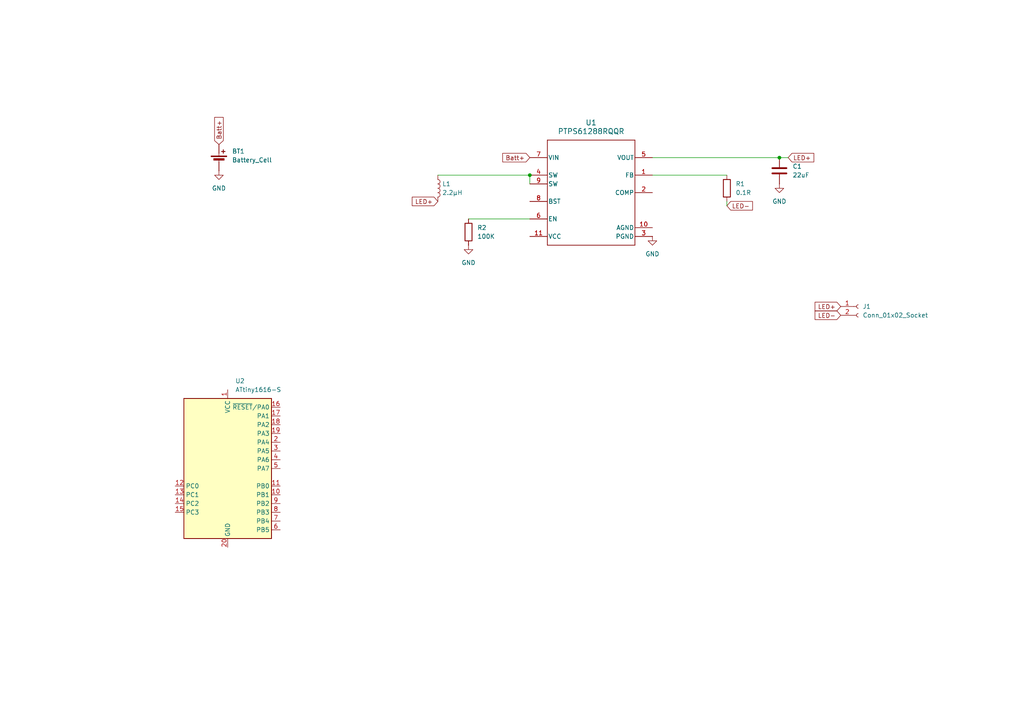
<source format=kicad_sch>
(kicad_sch (version 20231120) (generator "eeschema") (generator_version "8.0")
  (paper "A4")
  (lib_symbols
    (symbol "Connector:Conn_01x02_Socket" (pin_names (offset 1.016) hide)
      (property "Reference" "J" (at 0 2.54 0))
      (property "Value" "Conn_01x02_Socket" (at 0 -5.08 0))
      (symbol "Conn_01x02_Socket_1_1"
        (arc (start 0 -2.032) (mid -0.5058 -2.54) (end 0 -3.048) (stroke (width 0.1524)))
        (polyline (pts (xy -1.27 -2.54) (xy -0.508 -2.54)) (stroke (width 0.1524)))
        (polyline (pts (xy -1.27 0) (xy -0.508 0)) (stroke (width 0.1524)))
        (arc (start 0 0.508) (mid -0.5058 0) (end 0 -0.508) (stroke (width 0.1524)))
        (pin passive line (at -5.08 0 0) (length 3.81) (name "Pin_1") (number "1"))
        (pin passive line (at -5.08 -2.54 0) (length 3.81) (name "Pin_2") (number "2"))
      )
    )
    (symbol "Device:Battery_Cell" (pin_numbers hide) (pin_names (offset 0) hide)
      (property "Reference" "BT" (at 2.54 2.54 0))
      (property "Value" "Battery_Cell" (at 2.54 0 0))
      (symbol "Battery_Cell_0_1"
        (rectangle (start -2.286 1.778) (end 2.286 1.524) (fill (type outline)))
        (rectangle (start -1.524 1.016) (end 1.524 0.508) (fill (type outline)))
        (polyline (pts (xy 0 0.762) (xy 0 0)))
        (polyline (pts (xy 0 1.778) (xy 0 2.54)))
        (polyline (pts (xy 0.762 3.048) (xy 1.778 3.048)) (stroke (width 0.254)))
        (polyline (pts (xy 1.27 3.556) (xy 1.27 2.54)) (stroke (width 0.254)))
      )
      (symbol "Battery_Cell_1_1"
        (pin passive line (at 0 5.08 270) (length 2.54) (name "+") (number "1"))
        (pin passive line (at 0 -2.54 90) (length 2.54) (name "-") (number "2"))
      )
    )
    (symbol "Device:C" (pin_numbers hide) (pin_names (offset 0.254))
      (property "Reference" "C" (at 0.635 2.54 0))
      (property "Value" "C" (at 0.635 -2.54 0))
      (symbol "C_0_1"
        (polyline (pts (xy -2.032 -0.762) (xy 2.032 -0.762)) (stroke (width 0.508)))
        (polyline (pts (xy -2.032 0.762) (xy 2.032 0.762)) (stroke (width 0.508)))
      )
      (symbol "C_1_1"
        (pin passive line (at 0 3.81 270) (length 2.794) (name "~") (number "1"))
        (pin passive line (at 0 -3.81 90) (length 2.794) (name "~") (number "2"))
      )
    )
    (symbol "Device:L" (pin_numbers hide) (pin_names (offset 1.016) hide)
      (property "Reference" "L" (at -1.27 0 90))
      (property "Value" "L" (at 1.905 0 90))
      (symbol "L_0_1"
        (arc (start 0 -2.54) (mid 0.6323 -1.905) (end 0 -1.27))
        (arc (start 0 -1.27) (mid 0.6323 -0.635) (end 0 0))
        (arc (start 0 0) (mid 0.6323 0.635) (end 0 1.27))
        (arc (start 0 1.27) (mid 0.6323 1.905) (end 0 2.54))
      )
      (symbol "L_1_1"
        (pin passive line (at 0 3.81 270) (length 1.27) (name "1") (number "1"))
        (pin passive line (at 0 -3.81 90) (length 1.27) (name "2") (number "2"))
      )
    )
    (symbol "Device:R" (pin_numbers hide) (pin_names (offset 0))
      (property "Reference" "R" (at 2.032 0 90))
      (property "Value" "R" (at 0 0 90))
      (symbol "R_0_1"
        (rectangle (start -1.016 -2.54) (end 1.016 2.54) (stroke (width 0.254)))
      )
      (symbol "R_1_1"
        (pin passive line (at 0 3.81 270) (length 1.27) (name "~") (number "1"))
        (pin passive line (at 0 -3.81 90) (length 1.27) (name "~") (number "2"))
      )
    )
    (symbol "MCU_Microchip_ATtiny:ATtiny1616-S"
      (property "Reference" "U" (at -12.7 21.59 0))
      (property "Value" "ATtiny1616-S" (at 2.54 -21.59 0))
      (symbol "ATtiny1616-S_0_1"
        (rectangle (start -12.7 -20.32) (end 12.7 20.32) (stroke (width 0.254)) (fill (type background)))
      )
      (symbol "ATtiny1616-S_1_1"
        (pin power_in line (at 0 22.86 270) (length 2.54) (name "VCC") (number "1"))
        (pin bidirectional line (at 15.24 -7.62 180) (length 2.54) (name "PB1") (number "10"))
        (pin bidirectional line (at 15.24 -5.08 180) (length 2.54) (name "PB0") (number "11"))
        (pin bidirectional line (at -15.24 -5.08 0) (length 2.54) (name "PC0") (number "12"))
        (pin bidirectional line (at -15.24 -7.62 0) (length 2.54) (name "PC1") (number "13"))
        (pin bidirectional line (at -15.24 -10.16 0) (length 2.54) (name "PC2") (number "14"))
        (pin bidirectional line (at -15.24 -12.7 0) (length 2.54) (name "PC3") (number "15"))
        (pin bidirectional line (at 15.24 17.78 180) (length 2.54) (name "~{RESET}/PA0") (number "16"))
        (pin bidirectional line (at 15.24 15.24 180) (length 2.54) (name "PA1") (number "17"))
        (pin bidirectional line (at 15.24 12.7 180) (length 2.54) (name "PA2") (number "18"))
        (pin bidirectional line (at 15.24 10.16 180) (length 2.54) (name "PA3") (number "19"))
        (pin bidirectional line (at 15.24 7.62 180) (length 2.54) (name "PA4") (number "2"))
        (pin power_in line (at 0 -22.86 90) (length 2.54) (name "GND") (number "20"))
        (pin bidirectional line (at 15.24 5.08 180) (length 2.54) (name "PA5") (number "3"))
        (pin bidirectional line (at 15.24 2.54 180) (length 2.54) (name "PA6") (number "4"))
        (pin bidirectional line (at 15.24 0 180) (length 2.54) (name "PA7") (number "5"))
        (pin bidirectional line (at 15.24 -17.78 180) (length 2.54) (name "PB5") (number "6"))
        (pin bidirectional line (at 15.24 -15.24 180) (length 2.54) (name "PB4") (number "7"))
        (pin bidirectional line (at 15.24 -12.7 180) (length 2.54) (name "PB3") (number "8"))
        (pin bidirectional line (at 15.24 -10.16 180) (length 2.54) (name "PB2") (number "9"))
      )
    )
    (symbol "TPS61288:PTPS61288RQQR" (pin_names (offset 0.254))
      (property "Reference" "U" (at 0 2.54 0))
      (property "Value" "PTPS61288RQQR" (at 0 0 0))
      (symbol "PTPS61288RQQR_0_1"
        (polyline (pts (xy 5.08 -25.4) (xy 30.48 -25.4)) (stroke (width 0.2032)))
        (polyline (pts (xy 5.08 5.08) (xy 5.08 -25.4)) (stroke (width 0.2032)))
        (polyline (pts (xy 30.48 -25.4) (xy 30.48 5.08)) (stroke (width 0.2032)))
        (polyline (pts (xy 30.48 5.08) (xy 5.08 5.08)) (stroke (width 0.2032)))
        (pin unspecified line (at 35.56 -5.08 180) (length 5.08) (name "FB") (number "1"))
        (pin power_in line (at 35.56 -20.32 180) (length 5.08) (name "AGND") (number "10"))
        (pin unspecified line (at 0 -22.86 0) (length 5.08) (name "VCC") (number "11"))
        (pin unspecified line (at 35.56 -10.16 180) (length 5.08) (name "COMP") (number "2"))
        (pin power_in line (at 35.56 -22.86 180) (length 5.08) (name "PGND") (number "3"))
        (pin unspecified line (at 0 -5.08 0) (length 5.08) (name "SW") (number "4"))
        (pin power_in line (at 35.56 0 180) (length 5.08) (name "VOUT") (number "5"))
        (pin input line (at 0 -17.78 0) (length 5.08) (name "EN") (number "6"))
        (pin power_in line (at 0 0 0) (length 5.08) (name "VIN") (number "7"))
        (pin unspecified line (at 0 -12.7 0) (length 5.08) (name "BST") (number "8"))
        (pin unspecified line (at 0 -7.62 0) (length 5.08) (name "SW") (number "9"))
      )
    )
    (symbol "power:GND" (power) (pin_numbers hide) (pin_names (offset 0) hide)
      (property "Value" "GND" (at 0 -3.81 0))
      (symbol "GND_0_1"
        (polyline (pts (xy 0 0) (xy 0 -1.27) (xy 1.27 -1.27) (xy 0 -2.54) (xy -1.27 -1.27) (xy 0 -1.27)))
      )
      (symbol "GND_1_1"
        (pin power_in line (at 0 0 270) (length 0) (name "~") (number "1"))
      )
    )
  )
  (junction (at 226.06 45.72))
  (junction (at 153.67 50.8))
  (wire (pts (xy 226.06 45.72) (xy 228.6 45.72)))
  (wire (pts (xy 127 50.8) (xy 153.67 50.8)))
  (wire (pts (xy 135.89 63.5) (xy 153.67 63.5)))
  (wire (pts (xy 189.23 50.8) (xy 210.82 50.8)))
  (wire (pts (xy 189.23 45.72) (xy 226.06 45.72)))
  (wire (pts (xy 210.82 59.69) (xy 210.82 58.42)))
  (wire (pts (xy 153.67 50.8) (xy 153.67 53.34)))
  (global_label "Batt+" (shape input) (at 153.67 45.72 180) (property "Intersheetrefs" "${INTERSHEET_REFS}" (effects (hide yes))))
  (global_label "Batt+" (shape input) (at 63.5 41.91 90) (property "Intersheetrefs" "${INTERSHEET_REFS}" (effects (hide yes))))
  (global_label "LED+" (shape input) (at 127 58.42 180) (property "Intersheetrefs" "${INTERSHEET_REFS}" (effects (hide yes))))
  (global_label "LED+" (shape input) (at 228.6 45.72 0) (property "Intersheetrefs" "${INTERSHEET_REFS}" (effects (hide yes))))
  (global_label "LED-" (shape input) (at 243.84 91.44 180) (property "Intersheetrefs" "${INTERSHEET_REFS}" (effects (hide yes))))
  (global_label "LED-" (shape input) (at 210.82 59.69 0) (property "Intersheetrefs" "${INTERSHEET_REFS}" (effects (hide yes))))
  (global_label "LED+" (shape input) (at 243.84 88.9 180) (property "Intersheetrefs" "${INTERSHEET_REFS}" (effects (hide yes))))
  (symbol (lib_id "Connector:Conn_01x02_Socket") (at 248.92 88.9 0) (unit 1)
    (property "Reference" "J1" (at 250.19 88.8999 0) (effects (justify left)))
    (property "Value" "Conn_01x02_Socket" (at 250.19 91.4399 0) (effects (justify left)))
    (property "Description" "Generic connector, single row, 01x02, script generated" (effects (hide yes)))
  )
  (symbol (lib_id "power:GND") (at 135.89 71.12 0) (unit 1)
    (property "Reference" "#PWR04" (effects (hide yes)))
    (property "Value" "GND" (at 135.89 76.2 0))
    (property "Description" "Power symbol creates a global label with name \"GND\" , ground" (effects (hide yes)))
  )
  (symbol (lib_id "power:GND") (at 226.06 53.34 0) (unit 1)
    (property "Reference" "#PWR03" (effects (hide yes)))
    (property "Value" "GND" (at 226.06 58.42 0))
    (property "Description" "Power symbol creates a global label with name \"GND\" , ground" (effects (hide yes)))
  )
  (symbol (lib_id "Device:C") (at 226.06 49.53 0) (unit 1)
    (property "Reference" "C1" (at 229.87 48.2599 0) (effects (justify left)))
    (property "Value" "22uF" (at 229.87 50.7999 0) (effects (justify left)))
    (property "Description" "Unpolarized capacitor" (effects (hide yes)))
  )
  (symbol (lib_id "TPS61288:PTPS61288RQQR") (at 153.67 45.72 0) (unit 1)
    (property "Reference" "U1" (at 171.45 35.56 0) (effects (font (size 1.524 1.524))))
    (property "Value" "PTPS61288RQQR" (at 171.45 38.1 0) (effects (font (size 1.524 1.524))))
    (property "Footprint" "RQQ0011A-MFG" (effects (hide yes)))
    (property "Datasheet" "https://www.ti.com/lit/gpn/tps61288" (effects (hide yes)))
  )
  (symbol (lib_id "power:GND") (at 189.23 68.58 0) (unit 1)
    (property "Reference" "#PWR01" (effects (hide yes)))
    (property "Value" "GND" (at 189.23 73.66 0))
    (property "Description" "Power symbol creates a global label with name \"GND\" , ground" (effects (hide yes)))
  )
  (symbol (lib_id "power:GND") (at 63.5 49.53 0) (unit 1)
    (property "Reference" "#PWR02" (effects (hide yes)))
    (property "Value" "GND" (at 63.5 54.61 0))
    (property "Description" "Power symbol creates a global label with name \"GND\" , ground" (effects (hide yes)))
  )
  (symbol (lib_id "Device:Battery_Cell") (at 63.5 46.99 0) (unit 1)
    (property "Reference" "BT1" (at 67.31 43.8784 0) (effects (justify left)))
    (property "Value" "Battery_Cell" (at 67.31 46.4184 0) (effects (justify left)))
    (property "Description" "Single-cell battery" (effects (hide yes)))
  )
  (symbol (lib_id "Device:R") (at 210.82 54.61 0) (unit 1)
    (property "Reference" "R1" (at 213.36 53.3399 0) (effects (justify left)))
    (property "Value" "0.1R" (at 213.36 55.8799 0) (effects (justify left)))
    (property "Description" "Resistor" (effects (hide yes)))
  )
  (symbol (lib_id "Device:L") (at 127 54.61 0) (unit 1)
    (property "Reference" "L1" (at 128.27 53.3399 0) (effects (justify left)))
    (property "Value" "2.2µH" (at 128.27 55.8799 0) (effects (justify left)))
    (property "Description" "Inductor" (effects (hide yes)))
  )
  (symbol (lib_id "Device:R") (at 135.89 67.31 0) (unit 1)
    (property "Reference" "R2" (at 138.43 66.0399 0) (effects (justify left)))
    (property "Value" "100K" (at 138.43 68.5799 0) (effects (justify left)))
    (property "Description" "Resistor" (effects (hide yes)))
  )
  (symbol (lib_id "MCU_Microchip_ATtiny:ATtiny1616-S") (at 66.04 135.89 0) (unit 1)
    (property "Reference" "U2" (at 68.2341 110.49 0) (effects (justify left)))
    (property "Value" "ATtiny1616-S" (at 68.2341 113.03 0) (effects (justify left)))
    (property "Footprint" "Package_SO:SOIC-20W_7.5x12.8mm_P1.27mm" (effects (hide yes)))
    (property "Datasheet" "http://ww1.microchip.com/downloads/en/DeviceDoc/ATtiny3216_ATtiny1616-data-sheet-40001997B.pdf" (effects (hide yes)))
    (property "Description" "20MHz, 16kB Flash, 2kB SRAM, 256B EEPROM, SOIC-20" (effects (hide yes)))
  )
)
</source>
